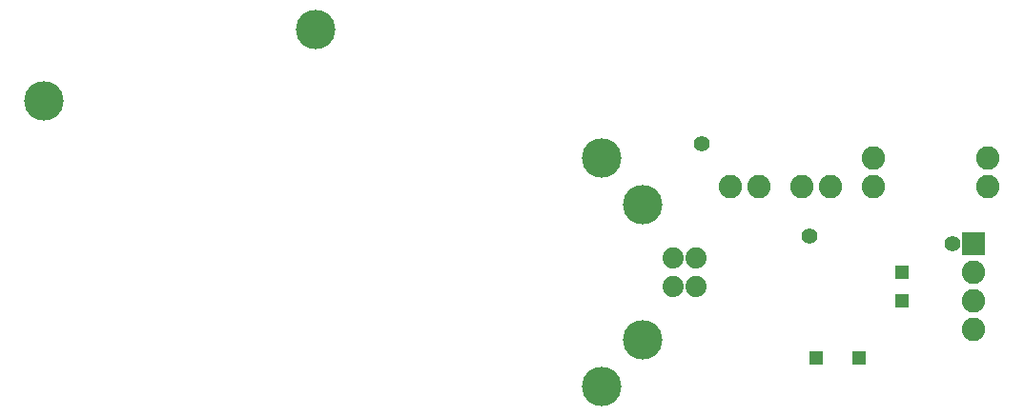
<source format=gbs>
G75*
%MOIN*%
%OFA0B0*%
%FSLAX25Y25*%
%IPPOS*%
%LPD*%
%AMOC8*
5,1,8,0,0,1.08239X$1,22.5*
%
%ADD10C,0.07400*%
%ADD11C,0.13800*%
%ADD12R,0.08200X0.08200*%
%ADD13C,0.08200*%
%ADD14R,0.05162X0.05162*%
%ADD15C,0.05556*%
D10*
X0423333Y0047329D03*
X0431133Y0047329D03*
X0431133Y0057171D03*
X0423333Y0057171D03*
D11*
X0398333Y0012250D03*
X0412633Y0028550D03*
X0412633Y0075950D03*
X0398333Y0092250D03*
X0298333Y0137250D03*
X0203333Y0112250D03*
D12*
X0528333Y0062250D03*
D13*
X0528333Y0052250D03*
X0528333Y0042250D03*
X0528333Y0032250D03*
X0533333Y0082250D03*
X0533333Y0092250D03*
X0493333Y0092250D03*
X0493333Y0082250D03*
X0478333Y0082250D03*
X0468333Y0082250D03*
X0453333Y0082250D03*
X0443333Y0082250D03*
D14*
X0503333Y0052250D03*
X0503333Y0042250D03*
X0488333Y0022250D03*
X0473333Y0022250D03*
D15*
X0520833Y0062250D03*
X0470833Y0064750D03*
X0433333Y0097250D03*
M02*

</source>
